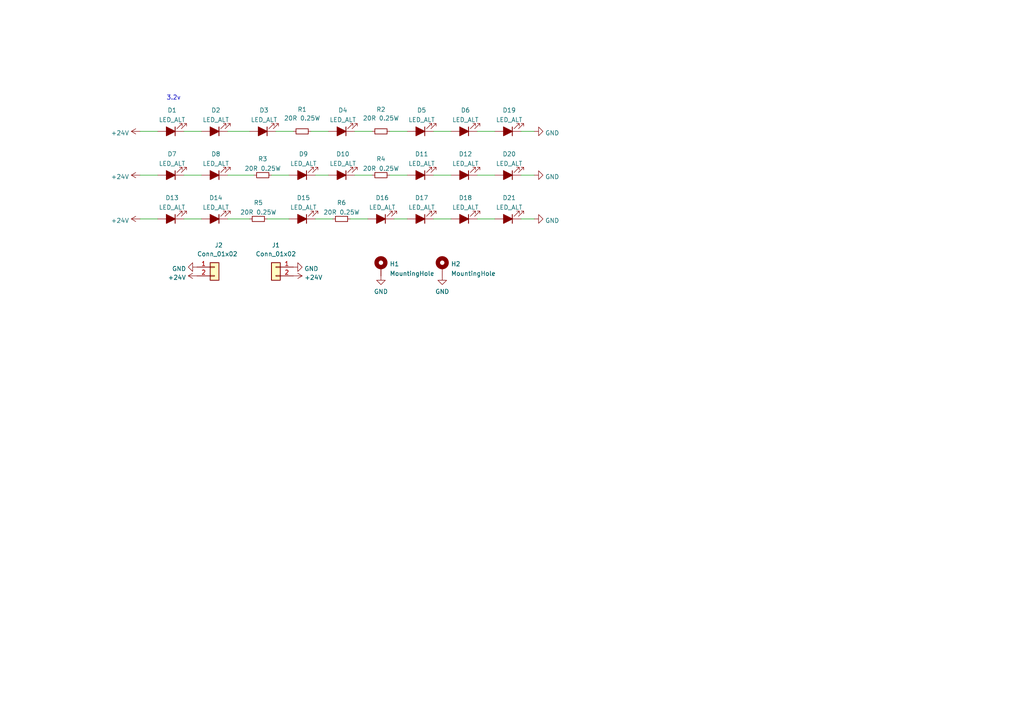
<source format=kicad_sch>
(kicad_sch (version 20211123) (generator eeschema)
  (paper "A4")
  (lib_symbols
    (symbol "Connector_Generic:Conn_01x02" (pin_names (offset 1.016) hide)
      (property "Reference" "J" (at 0 2.54 0))
      (property "Value" "Conn_01x02" (at 0 -5.08 0))
      (symbol "Conn_01x02_1_1"
        (rectangle (start -1.27 -2.413) (end 0 -2.667) (stroke (width 0.1524)))
        (rectangle (start -1.27 0.127) (end 0 -0.127) (stroke (width 0.1524)))
        (rectangle (start -1.27 1.27) (end 1.27 -3.81) (stroke (width 0.254)) (fill (type background)))
        (pin passive line (at -5.08 0 0) (length 3.81) (name "Pin_1") (number "1"))
        (pin passive line (at -5.08 -2.54 0) (length 3.81) (name "Pin_2") (number "2"))
      )
    )
    (symbol "Device:LED_ALT" (pin_numbers hide) (pin_names (offset 1.016) hide)
      (property "Reference" "D" (at 0 2.54 0))
      (property "Value" "LED_ALT" (at 0 -2.54 0))
      (symbol "LED_ALT_0_1"
        (polyline (pts (xy -1.27 -1.27) (xy -1.27 1.27)) (stroke (width 0.254)))
        (polyline (pts (xy -1.27 0) (xy 1.27 0)))
        (polyline (pts (xy 1.27 -1.27) (xy 1.27 1.27) (xy -1.27 0) (xy 1.27 -1.27)) (stroke (width 0.254)) (fill (type outline)))
        (polyline (pts (xy -3.048 -0.762) (xy -4.572 -2.286) (xy -3.81 -2.286) (xy -4.572 -2.286) (xy -4.572 -1.524)))
        (polyline (pts (xy -1.778 -0.762) (xy -3.302 -2.286) (xy -2.54 -2.286) (xy -3.302 -2.286) (xy -3.302 -1.524)))
      )
      (symbol "LED_ALT_1_1"
        (pin passive line (at -3.81 0 0) (length 2.54) (name "K") (number "1"))
        (pin passive line (at 3.81 0 180) (length 2.54) (name "A") (number "2"))
      )
    )
    (symbol "Device:R_Small" (pin_numbers hide) (pin_names (offset 0.254) hide)
      (property "Reference" "R" (at 0.762 0.508 0))
      (property "Value" "R_Small" (at 0.762 -1.016 0))
      (symbol "R_Small_0_1"
        (rectangle (start -0.762 1.778) (end 0.762 -1.778) (stroke (width 0.2032)))
      )
      (symbol "R_Small_1_1"
        (pin passive line (at 0 2.54 270) (length 0.762) (name "~") (number "1"))
        (pin passive line (at 0 -2.54 90) (length 0.762) (name "~") (number "2"))
      )
    )
    (symbol "Mechanical:MountingHole_Pad" (pin_numbers hide) (pin_names (offset 1.016) hide)
      (property "Reference" "H" (at 0 6.35 0))
      (property "Value" "MountingHole_Pad" (at 0 4.445 0))
      (symbol "MountingHole_Pad_0_1"
        (circle (center 0 1.27) (radius 1.27) (stroke (width 1.27)))
      )
      (symbol "MountingHole_Pad_1_1"
        (pin input line (at 0 -2.54 90) (length 2.54) (name "1") (number "1"))
      )
    )
    (symbol "power:+24V" (power) (pin_names (offset 0))
      (property "Value" "+24V" (at 0 3.556 0))
      (symbol "+24V_0_1"
        (polyline (pts (xy -0.762 1.27) (xy 0 2.54)))
        (polyline (pts (xy 0 0) (xy 0 2.54)))
        (polyline (pts (xy 0 2.54) (xy 0.762 1.27)))
      )
      (symbol "+24V_1_1"
        (pin power_in line (at 0 0 90) (length 0) hide (name "+24V") (number "1"))
      )
    )
    (symbol "power:GND" (power) (pin_names (offset 0))
      (property "Value" "GND" (at 0 -3.81 0))
      (symbol "GND_0_1"
        (polyline (pts (xy 0 0) (xy 0 -1.27) (xy 1.27 -1.27) (xy 0 -2.54) (xy -1.27 -1.27) (xy 0 -1.27)))
      )
      (symbol "GND_1_1"
        (pin power_in line (at 0 0 270) (length 0) hide (name "GND") (number "1"))
      )
    )
  )
  (wire (pts (xy 125.73 50.8) (xy 130.81 50.8)))
  (wire (pts (xy 113.03 50.8) (xy 118.11 50.8)))
  (wire (pts (xy 77.47 63.5) (xy 83.82 63.5)))
  (wire (pts (xy 138.43 38.1) (xy 143.51 38.1)))
  (wire (pts (xy 53.34 63.5) (xy 58.42 63.5)))
  (wire (pts (xy 151.13 50.8) (xy 154.94 50.8)))
  (wire (pts (xy 66.04 38.1) (xy 72.39 38.1)))
  (wire (pts (xy 91.44 63.5) (xy 96.52 63.5)))
  (wire (pts (xy 125.73 38.1) (xy 130.81 38.1)))
  (wire (pts (xy 40.64 63.5) (xy 45.72 63.5)))
  (wire (pts (xy 53.34 38.1) (xy 58.42 38.1)))
  (wire (pts (xy 91.44 50.8) (xy 95.25 50.8)))
  (wire (pts (xy 101.6 63.5) (xy 106.68 63.5)))
  (wire (pts (xy 78.74 50.8) (xy 83.82 50.8)))
  (wire (pts (xy 138.43 50.8) (xy 143.51 50.8)))
  (wire (pts (xy 151.13 38.1) (xy 154.94 38.1)))
  (wire (pts (xy 151.13 63.5) (xy 154.94 63.5)))
  (wire (pts (xy 138.43 63.5) (xy 143.51 63.5)))
  (wire (pts (xy 40.64 38.1) (xy 45.72 38.1)))
  (wire (pts (xy 102.87 38.1) (xy 107.95 38.1)))
  (wire (pts (xy 114.3 63.5) (xy 118.11 63.5)))
  (wire (pts (xy 90.17 38.1) (xy 95.25 38.1)))
  (wire (pts (xy 102.87 50.8) (xy 107.95 50.8)))
  (wire (pts (xy 66.04 63.5) (xy 72.39 63.5)))
  (wire (pts (xy 125.73 63.5) (xy 130.81 63.5)))
  (wire (pts (xy 53.34 50.8) (xy 58.42 50.8)))
  (wire (pts (xy 66.04 50.8) (xy 73.66 50.8)))
  (wire (pts (xy 40.64 50.8) (xy 45.72 50.8)))
  (wire (pts (xy 113.03 38.1) (xy 118.11 38.1)))
  (wire (pts (xy 80.01 38.1) (xy 85.09 38.1)))
  (text "3.2v\n" (at 48.26 29.21 0) (effects (font (size 1.27 1.27)) (justify left bottom)))
  (symbol (lib_id "Connector_Generic:Conn_01x02") (at 80.01 77.47 0) (mirror y) (unit 1)
    (property "Reference" "J1" (at 80.01 71.12 0))
    (property "Value" "Conn_01x02" (at 80.01 73.66 0))
    (property "Footprint" "Connector_JST:JST_XH_S2B-XH-A_1x02_P2.50mm_Horizontal" (effects hide))
    (property "LCSC" "C2908611" (effects hide))
  )
  (symbol (lib_id "Device:LED_ALT") (at 62.23 50.8 180) (unit 1)
    (property "Reference" "D8" (at 62.6109 44.6745 0))
    (property "Value" "LED_ALT" (at 62.6109 47.4496 0))
    (property "Footprint" "LED_SMD:LED_PLCC_2835" (effects hide))
    (property "LCSC" "C2843876" (effects hide))
    (property "abv.Footprint" "2835" (effects hide))
    (property "ManfNum" "XL-2835UWC-02" (effects hide))
  )
  (symbol (lib_id "Device:LED_ALT") (at 49.53 63.5 180) (unit 1)
    (property "Reference" "D13" (at 49.9109 57.3745 0))
    (property "Value" "LED_ALT" (at 49.9109 60.1496 0))
    (property "Footprint" "LED_SMD:LED_PLCC_2835" (effects hide))
    (property "LCSC" "C2843876" (effects hide))
    (property "abv.Footprint" "2835" (effects hide))
    (property "ManfNum" "XL-2835UWC-02" (effects hide))
  )
  (symbol (lib_id "power:GND") (at 154.94 50.8 90) (unit 1)
    (property "Reference" "#PWR0102" (effects hide))
    (property "Value" "GND" (at 158.115 51.279 90) (effects (justify right)))
  )
  (symbol (lib_id "power:GND") (at 154.94 63.5 90) (unit 1)
    (property "Reference" "#PWR0103" (effects hide))
    (property "Value" "GND" (at 158.115 63.979 90) (effects (justify right)))
  )
  (symbol (lib_id "Device:R_Small") (at 74.93 63.5 270) (unit 1)
    (property "Reference" "R5" (at 74.93 58.7969 90))
    (property "Value" "20R 0.25W" (at 74.93 61.572 90))
    (property "Footprint" "Resistor_SMD:R_1206_3216Metric" (effects hide))
    (property "LCSC" "C17955" (effects hide))
    (property "abv.Footprint" "1206" (effects hide))
    (property "ManfNum" "1206W4F200JT5E" (effects hide))
  )
  (symbol (lib_id "power:GND") (at 85.09 77.47 90) (unit 1)
    (property "Reference" "#PWR0107" (effects hide))
    (property "Value" "GND" (at 88.265 77.949 90) (effects (justify right)))
  )
  (symbol (lib_id "Device:LED_ALT") (at 134.62 63.5 180) (unit 1)
    (property "Reference" "D18" (at 135.0009 57.3745 0))
    (property "Value" "LED_ALT" (at 135.0009 60.1496 0))
    (property "Footprint" "LED_SMD:LED_PLCC_2835" (effects hide))
    (property "LCSC" "C2843876" (effects hide))
    (property "abv.Footprint" "2835" (effects hide))
    (property "ManfNum" "XL-2835UWC-02" (effects hide))
  )
  (symbol (lib_id "Device:LED_ALT") (at 147.32 50.8 180) (unit 1)
    (property "Reference" "D20" (at 147.7009 44.6745 0))
    (property "Value" "LED_ALT" (at 147.7009 47.4496 0))
    (property "Footprint" "LED_SMD:LED_PLCC_2835" (effects hide))
    (property "LCSC" "C2843876" (effects hide))
    (property "abv.Footprint" "2835" (effects hide))
    (property "ManfNum" "XL-2835UWC-02" (effects hide))
  )
  (symbol (lib_id "Device:LED_ALT") (at 110.49 63.5 180) (unit 1)
    (property "Reference" "D16" (at 110.8709 57.3745 0))
    (property "Value" "LED_ALT" (at 110.8709 60.1496 0))
    (property "Footprint" "LED_SMD:LED_PLCC_2835" (effects hide))
    (property "LCSC" "C2843876" (effects hide))
    (property "abv.Footprint" "2835" (effects hide))
    (property "ManfNum" "XL-2835UWC-02" (effects hide))
  )
  (symbol (lib_id "Device:LED_ALT") (at 76.2 38.1 180) (unit 1)
    (property "Reference" "D3" (at 76.5809 31.9745 0))
    (property "Value" "LED_ALT" (at 76.5809 34.7496 0))
    (property "Footprint" "LED_SMD:LED_PLCC_2835" (effects hide))
    (property "LCSC" "C2843876" (effects hide))
    (property "abv.Footprint" "2835" (effects hide))
    (property "ManfNum" "XL-2835UWC-02" (effects hide))
  )
  (symbol (lib_id "power:GND") (at 110.49 80.01 0) (unit 1)
    (property "Reference" "#PWR0112" (effects hide))
    (property "Value" "GND" (at 110.49 84.5724 0))
  )
  (symbol (lib_id "Device:LED_ALT") (at 87.63 50.8 180) (unit 1)
    (property "Reference" "D9" (at 88.0109 44.6745 0))
    (property "Value" "LED_ALT" (at 88.0109 47.4496 0))
    (property "Footprint" "LED_SMD:LED_PLCC_2835" (effects hide))
    (property "LCSC" "C2843876" (effects hide))
    (property "abv.Footprint" "2835" (effects hide))
    (property "ManfNum" "XL-2835UWC-02" (effects hide))
  )
  (symbol (lib_id "Device:LED_ALT") (at 62.23 38.1 180) (unit 1)
    (property "Reference" "D2" (at 62.6109 31.9745 0))
    (property "Value" "LED_ALT" (at 62.6109 34.7496 0))
    (property "Footprint" "LED_SMD:LED_PLCC_2835" (effects hide))
    (property "LCSC" "C2843876" (effects hide))
    (property "abv.Footprint" "2835" (effects hide))
    (property "ManfNum" "XL-2835UWC-02" (effects hide))
  )
  (symbol (lib_id "Device:R_Small") (at 76.2 50.8 270) (unit 1)
    (property "Reference" "R3" (at 76.2 46.0969 90))
    (property "Value" "20R 0.25W" (at 76.2 48.872 90))
    (property "Footprint" "Resistor_SMD:R_1206_3216Metric" (effects hide))
    (property "LCSC" "C17955" (effects hide))
    (property "abv.Footprint" "1206" (effects hide))
    (property "ManfNum" "1206W4F200JT5E" (effects hide))
  )
  (symbol (lib_id "Device:LED_ALT") (at 62.23 63.5 180) (unit 1)
    (property "Reference" "D14" (at 62.6109 57.3745 0))
    (property "Value" "LED_ALT" (at 62.6109 60.1496 0))
    (property "Footprint" "LED_SMD:LED_PLCC_2835" (effects hide))
    (property "LCSC" "C2843876" (effects hide))
    (property "abv.Footprint" "2835" (effects hide))
    (property "ManfNum" "XL-2835UWC-02" (effects hide))
  )
  (symbol (lib_id "Device:LED_ALT") (at 121.92 50.8 180) (unit 1)
    (property "Reference" "D11" (at 122.3009 44.6745 0))
    (property "Value" "LED_ALT" (at 122.3009 47.4496 0))
    (property "Footprint" "LED_SMD:LED_PLCC_2835" (effects hide))
    (property "LCSC" "C2843876" (effects hide))
    (property "abv.Footprint" "2835" (effects hide))
    (property "ManfNum" "XL-2835UWC-02" (effects hide))
  )
  (symbol (lib_id "power:+24V") (at 40.64 50.8 90) (unit 1)
    (property "Reference" "#PWR0105" (effects hide))
    (property "Value" "+24V" (at 37.465 51.279 90) (effects (justify left)))
  )
  (symbol (lib_id "Mechanical:MountingHole_Pad") (at 128.27 77.47 0) (unit 1) (in_bom no)
    (property "Reference" "H2" (at 130.81 76.5615 0) (effects (justify left)))
    (property "Value" "MountingHole" (at 130.81 79.3366 0) (effects (justify left)))
    (property "Footprint" "MountingHole:MountingHole_3.2mm_M3_Pad_Via" (effects hide))
  )
  (symbol (lib_id "power:GND") (at 128.27 80.01 0) (unit 1)
    (property "Reference" "#PWR0111" (effects hide))
    (property "Value" "GND" (at 128.27 84.5724 0))
  )
  (symbol (lib_id "Device:LED_ALT") (at 49.53 38.1 180) (unit 1)
    (property "Reference" "D1" (at 49.9109 31.9745 0))
    (property "Value" "LED_ALT" (at 49.9109 34.7496 0))
    (property "Footprint" "LED_SMD:LED_PLCC_2835" (effects hide))
    (property "LCSC" "C2843876" (effects hide))
    (property "abv.Footprint" "2835" (effects hide))
    (property "ManfNum" "XL-2835UWC-02" (effects hide))
  )
  (symbol (lib_id "Device:LED_ALT") (at 134.62 38.1 180) (unit 1)
    (property "Reference" "D6" (at 135.0009 31.9745 0))
    (property "Value" "LED_ALT" (at 135.0009 34.7496 0))
    (property "Footprint" "LED_SMD:LED_PLCC_2835" (effects hide))
    (property "LCSC" "C2843876" (effects hide))
    (property "abv.Footprint" "2835" (effects hide))
    (property "ManfNum" "XL-2835UWC-02" (effects hide))
  )
  (symbol (lib_id "power:+24V") (at 57.15 80.01 90) (unit 1)
    (property "Reference" "#PWR0110" (effects hide))
    (property "Value" "+24V" (at 53.975 80.489 90) (effects (justify left)))
  )
  (symbol (lib_id "power:GND") (at 57.15 77.47 270) (unit 1)
    (property "Reference" "#PWR0109" (effects hide))
    (property "Value" "GND" (at 53.975 77.949 90) (effects (justify right)))
  )
  (symbol (lib_id "power:+24V") (at 85.09 80.01 270) (unit 1)
    (property "Reference" "#PWR0108" (effects hide))
    (property "Value" "+24V" (at 88.2649 80.489 90) (effects (justify left)))
  )
  (symbol (lib_id "Device:LED_ALT") (at 134.62 50.8 180) (unit 1)
    (property "Reference" "D12" (at 135.0009 44.6745 0))
    (property "Value" "LED_ALT" (at 135.0009 47.4496 0))
    (property "Footprint" "LED_SMD:LED_PLCC_2835" (effects hide))
    (property "LCSC" "C2843876" (effects hide))
    (property "abv.Footprint" "2835" (effects hide))
    (property "ManfNum" "XL-2835UWC-02" (effects hide))
  )
  (symbol (lib_id "Device:R_Small") (at 99.06 63.5 270) (unit 1)
    (property "Reference" "R6" (at 99.06 58.7969 90))
    (property "Value" "20R 0.25W" (at 99.06 61.572 90))
    (property "Footprint" "Resistor_SMD:R_1206_3216Metric" (effects hide))
    (property "LCSC" "C17955" (effects hide))
    (property "abv.Footprint" "1206" (effects hide))
    (property "ManfNum" "1206W4F200JT5E" (effects hide))
  )
  (symbol (lib_id "Device:LED_ALT") (at 99.06 38.1 180) (unit 1)
    (property "Reference" "D4" (at 99.4409 31.9745 0))
    (property "Value" "LED_ALT" (at 99.4409 34.7496 0))
    (property "Footprint" "LED_SMD:LED_PLCC_2835" (effects hide))
    (property "LCSC" "C2843876" (effects hide))
    (property "abv.Footprint" "2835" (effects hide))
    (property "ManfNum" "XL-2835UWC-02" (effects hide))
  )
  (symbol (lib_id "Device:LED_ALT") (at 121.92 38.1 180) (unit 1)
    (property "Reference" "D5" (at 122.3009 31.9745 0))
    (property "Value" "LED_ALT" (at 122.3009 34.7496 0))
    (property "Footprint" "LED_SMD:LED_PLCC_2835" (effects hide))
    (property "LCSC" "C2843876" (effects hide))
    (property "abv.Footprint" "2835" (effects hide))
    (property "ManfNum" "XL-2835UWC-02" (effects hide))
  )
  (symbol (lib_id "power:GND") (at 154.94 38.1 90) (unit 1)
    (property "Reference" "#PWR0101" (effects hide))
    (property "Value" "GND" (at 158.115 38.579 90) (effects (justify right)))
  )
  (symbol (lib_id "Device:R_Small") (at 87.63 38.1 270) (unit 1)
    (property "Reference" "R1" (at 87.63 31.75 90))
    (property "Value" "20R 0.25W" (at 87.63 34.29 90))
    (property "Footprint" "Resistor_SMD:R_1206_3216Metric" (effects hide))
    (property "LCSC" "C17955" (effects hide))
    (property "abv.Footprint" "1206" (effects hide))
    (property "ManfNum" "1206W4F200JT5E" (effects hide))
  )
  (symbol (lib_id "Device:R_Small") (at 110.49 38.1 270) (unit 1)
    (property "Reference" "R2" (at 110.49 31.75 90))
    (property "Value" "20R 0.25W" (at 110.49 34.29 90))
    (property "Footprint" "Resistor_SMD:R_1206_3216Metric" (effects hide))
    (property "LCSC" "C17955" (effects hide))
    (property "abv.Footprint" "1206" (effects hide))
    (property "ManfNum" "1206W4F200JT5E" (effects hide))
  )
  (symbol (lib_id "power:+24V") (at 40.64 38.1 90) (unit 1)
    (property "Reference" "#PWR0104" (effects hide))
    (property "Value" "+24V" (at 37.465 38.579 90) (effects (justify left)))
  )
  (symbol (lib_id "power:+24V") (at 40.64 63.5 90) (unit 1)
    (property "Reference" "#PWR0106" (effects hide))
    (property "Value" "+24V" (at 37.465 63.979 90) (effects (justify left)))
  )
  (symbol (lib_id "Connector_Generic:Conn_01x02") (at 62.23 77.47 0) (unit 1)
    (property "Reference" "J2" (at 62.23 71.12 0) (effects (justify left)))
    (property "Value" "Conn_01x02" (at 57.15 73.66 0) (effects (justify left)))
    (property "Footprint" "Connector_JST:JST_XH_S2B-XH-A_1x02_P2.50mm_Horizontal" (effects hide))
    (property "LCSC" "C2908611" (effects hide))
  )
  (symbol (lib_id "Mechanical:MountingHole_Pad") (at 110.49 77.47 0) (unit 1) (in_bom no)
    (property "Reference" "H1" (at 113.03 76.5615 0) (effects (justify left)))
    (property "Value" "MountingHole" (at 113.03 79.3366 0) (effects (justify left)))
    (property "Footprint" "MountingHole:MountingHole_3.2mm_M3_Pad_Via" (effects hide))
  )
  (symbol (lib_id "Device:LED_ALT") (at 147.32 63.5 180) (unit 1)
    (property "Reference" "D21" (at 147.7009 57.3745 0))
    (property "Value" "LED_ALT" (at 147.7009 60.1496 0))
    (property "Footprint" "LED_SMD:LED_PLCC_2835" (effects hide))
    (property "LCSC" "C2843876" (effects hide))
    (property "abv.Footprint" "2835" (effects hide))
    (property "ManfNum" "XL-2835UWC-02" (effects hide))
  )
  (symbol (lib_id "Device:R_Small") (at 110.49 50.8 270) (unit 1)
    (property "Reference" "R4" (at 110.49 46.0969 90))
    (property "Value" "20R 0.25W" (at 110.49 48.872 90))
    (property "Footprint" "Resistor_SMD:R_1206_3216Metric" (effects hide))
    (property "LCSC" "C17955" (effects hide))
    (property "abv.Footprint" "1206" (effects hide))
    (property "ManfNum" "1206W4F200JT5E" (effects hide))
  )
  (symbol (lib_id "Device:LED_ALT") (at 49.53 50.8 180) (unit 1)
    (property "Reference" "D7" (at 49.9109 44.6745 0))
    (property "Value" "LED_ALT" (at 49.9109 47.4496 0))
    (property "Footprint" "LED_SMD:LED_PLCC_2835" (effects hide))
    (property "LCSC" "C2843876" (effects hide))
    (property "abv.Footprint" "2835" (effects hide))
    (property "ManfNum" "XL-2835UWC-02" (effects hide))
  )
  (symbol (lib_id "Device:LED_ALT") (at 87.63 63.5 180) (unit 1)
    (property "Reference" "D15" (at 88.0109 57.3745 0))
    (property "Value" "LED_ALT" (at 88.0109 60.1496 0))
    (property "Footprint" "LED_SMD:LED_PLCC_2835" (effects hide))
    (property "LCSC" "C2843876" (effects hide))
    (property "abv.Footprint" "2835" (effects hide))
    (property "ManfNum" "XL-2835UWC-02" (effects hide))
  )
  (symbol (lib_id "Device:LED_ALT") (at 147.32 38.1 180) (unit 1)
    (property "Reference" "D19" (at 147.7009 31.9745 0))
    (property "Value" "LED_ALT" (at 147.7009 34.7496 0))
    (property "Footprint" "LED_SMD:LED_PLCC_2835" (effects hide))
    (property "LCSC" "C2843876" (effects hide))
    (property "abv.Footprint" "2835" (effects hide))
    (property "ManfNum" "XL-2835UWC-02" (effects hide))
  )
  (symbol (lib_id "Device:LED_ALT") (at 121.92 63.5 180) (unit 1)
    (property "Reference" "D17" (at 122.3009 57.3745 0))
    (property "Value" "LED_ALT" (at 122.3009 60.1496 0))
    (property "Footprint" "LED_SMD:LED_PLCC_2835" (effects hide))
    (property "LCSC" "C2843876" (effects hide))
    (property "abv.Footprint" "2835" (effects hide))
    (property "ManfNum" "XL-2835UWC-02" (effects hide))
  )
  (symbol (lib_id "Device:LED_ALT") (at 99.06 50.8 180) (unit 1)
    (property "Reference" "D10" (at 99.4409 44.6745 0))
    (property "Value" "LED_ALT" (at 99.4409 47.4496 0))
    (property "Footprint" "LED_SMD:LED_PLCC_2835" (effects hide))
    (property "LCSC" "C2843876" (effects hide))
    (property "abv.Footprint" "2835" (effects hide))
    (property "ManfNum" "XL-2835UWC-02" (effects hide))
  )
)
</source>
